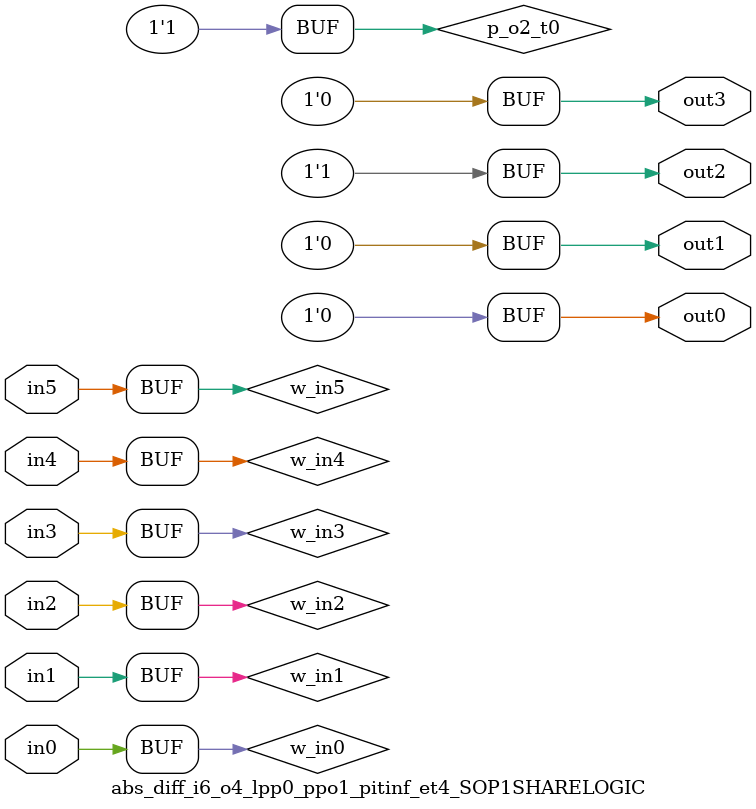
<source format=v>
module abs_diff_i6_o4_lpp0_ppo1_pitinf_et4_SOP1SHARELOGIC (in0, in1, in2, in3, in4, in5, out0, out1, out2, out3);
// declaring inputs
input in0,  in1,  in2,  in3,  in4,  in5;
// declaring outputs
output out0,  out1,  out2,  out3;
// JSON model input
wire w_in5, w_in4, w_in3, w_in2, w_in1, w_in0;
// JSON model output
wire w_g31, w_g58, w_g66;
//json model
wire p_o0_t0, p_o1_t0, p_o2_t0, p_o3_t0;
// JSON model input assign
assign w_in5 = in5;
assign w_in4 = in4;
assign w_in3 = in3;
assign w_in2 = in2;
assign w_in1 = in1;
assign w_in0 = in0;
//json model assigns (approximated/XPATed part)
assign out0 = 0;
assign out1 = 0;
assign p_o2_t0 = 1;
assign out2 = p_o2_t0;
assign out3 = 0;
endmodule
</source>
